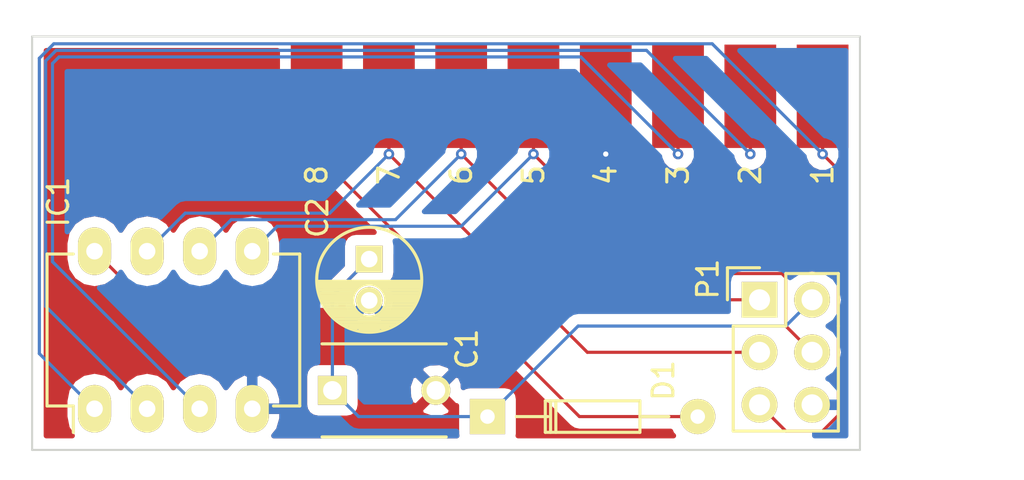
<source format=kicad_pcb>
(kicad_pcb (version 4) (host pcbnew 4.0.2-1.fc23-product)

  (general
    (links 19)
    (no_connects 0)
    (area 123.2186 48.0081 173.041448 71.5469)
    (thickness 1.6)
    (drawings 4)
    (tracks 66)
    (zones 0)
    (modules 13)
    (nets 10)
  )

  (page A4)
  (layers
    (0 F.Cu signal)
    (31 B.Cu signal)
    (32 B.Adhes user)
    (33 F.Adhes user)
    (34 B.Paste user)
    (35 F.Paste user)
    (36 B.SilkS user)
    (37 F.SilkS user)
    (38 B.Mask user)
    (39 F.Mask user)
    (40 Dwgs.User user)
    (41 Cmts.User user)
    (42 Eco1.User user)
    (43 Eco2.User user)
    (44 Edge.Cuts user)
    (45 Margin user)
    (46 B.CrtYd user)
    (47 F.CrtYd user)
    (48 B.Fab user)
    (49 F.Fab user)
  )

  (setup
    (last_trace_width 0.1524)
    (trace_clearance 0.1524)
    (zone_clearance 0.508)
    (zone_45_only no)
    (trace_min 0.1524)
    (segment_width 0.2)
    (edge_width 0.1)
    (via_size 0.508)
    (via_drill 0.254)
    (via_min_size 0.4)
    (via_min_drill 0.254)
    (uvia_size 0.3)
    (uvia_drill 0.1)
    (uvias_allowed no)
    (uvia_min_size 0)
    (uvia_min_drill 0)
    (pcb_text_width 0.3)
    (pcb_text_size 1.5 1.5)
    (mod_edge_width 0.15)
    (mod_text_size 1 1)
    (mod_text_width 0.15)
    (pad_size 2.5 5)
    (pad_drill 0)
    (pad_to_mask_clearance 0)
    (aux_axis_origin 0 0)
    (visible_elements FFFEFF7F)
    (pcbplotparams
      (layerselection 0x00030_80000001)
      (usegerberextensions false)
      (excludeedgelayer true)
      (linewidth 0.100000)
      (plotframeref false)
      (viasonmask false)
      (mode 1)
      (useauxorigin false)
      (hpglpennumber 1)
      (hpglpenspeed 20)
      (hpglpendiameter 15)
      (hpglpenoverlay 2)
      (psnegative false)
      (psa4output false)
      (plotreference true)
      (plotvalue true)
      (plotinvisibletext false)
      (padsonsilk false)
      (subtractmaskfromsilk false)
      (outputformat 1)
      (mirror false)
      (drillshape 1)
      (scaleselection 1)
      (outputdirectory ""))
  )

  (net 0 "")
  (net 1 "Net-(C1-Pad1)")
  (net 2 GND)
  (net 3 VCC)
  (net 4 /1)
  (net 5 /2)
  (net 6 /3)
  (net 7 /5)
  (net 8 /6)
  (net 9 /7)

  (net_class Default "This is the default net class."
    (clearance 0.1524)
    (trace_width 0.1524)
    (via_dia 0.508)
    (via_drill 0.254)
    (uvia_dia 0.3)
    (uvia_drill 0.1)
    (add_net /1)
    (add_net /2)
    (add_net /3)
    (add_net /5)
    (add_net /6)
    (add_net /7)
    (add_net GND)
    (add_net "Net-(C1-Pad1)")
    (add_net VCC)
  )

  (module psnee:wire_pad_2.5_5mm_single (layer F.Cu) (tedit 5A973E8D) (tstamp 5A98A166)
    (at 156.21 52.8955)
    (fp_text reference 3 (at 0 3.81 90) (layer F.SilkS)
      (effects (font (size 1 1) (thickness 0.15)))
    )
    (fp_text value wire_pad_2.5_5mm_single (at 0 -3.81) (layer F.Fab)
      (effects (font (size 1 1) (thickness 0.15)))
    )
    (pad 1 smd rect (at 0 0) (size 2.5 5) (layers F.Cu F.Paste F.Mask)
      (net 6 /3))
  )

  (module psnee:wire_pad_2.5_5mm_single (layer F.Cu) (tedit 5A9739EB) (tstamp 5A98A143)
    (at 159.7025 52.8955)
    (fp_text reference 2 (at 0 3.81 90) (layer F.SilkS)
      (effects (font (size 1 1) (thickness 0.15)))
    )
    (fp_text value wire_pad_2.5_5mm_single (at 0 -3.81) (layer F.Fab)
      (effects (font (size 1 1) (thickness 0.15)))
    )
    (pad 1 smd rect (at 0 0) (size 2.5 5) (layers F.Cu F.Paste F.Mask)
      (net 5 /2))
  )

  (module Capacitors_ThroughHole:C_Disc_D6_P5 (layer F.Cu) (tedit 5A96EC53) (tstamp 5A96EAE5)
    (at 139.5095 67.1195)
    (descr "Capacitor 6mm Disc, Pitch 5mm")
    (tags Capacitor)
    (path /5A5142A1)
    (fp_text reference C1 (at 6.5 -2 90) (layer F.SilkS)
      (effects (font (size 1 1) (thickness 0.15)))
    )
    (fp_text value 100nF (at 2.5 3.5) (layer F.Fab)
      (effects (font (size 1 1) (thickness 0.15)))
    )
    (fp_line (start -0.95 -2.5) (end 5.95 -2.5) (layer F.CrtYd) (width 0.05))
    (fp_line (start 5.95 -2.5) (end 5.95 2.5) (layer F.CrtYd) (width 0.05))
    (fp_line (start 5.95 2.5) (end -0.95 2.5) (layer F.CrtYd) (width 0.05))
    (fp_line (start -0.95 2.5) (end -0.95 -2.5) (layer F.CrtYd) (width 0.05))
    (fp_line (start -0.5 -2.25) (end 5.5 -2.25) (layer F.SilkS) (width 0.15))
    (fp_line (start 5.5 2.25) (end -0.5 2.25) (layer F.SilkS) (width 0.15))
    (pad 1 thru_hole rect (at 0 0) (size 1.4 1.4) (drill 0.9) (layers *.Cu *.Mask F.SilkS)
      (net 1 "Net-(C1-Pad1)"))
    (pad 2 thru_hole circle (at 5 0) (size 1.4 1.4) (drill 0.9) (layers *.Cu *.Mask F.SilkS)
      (net 2 GND))
    (model Capacitors_ThroughHole.3dshapes/C_Disc_D6_P5.wrl
      (at (xyz 0.0984252 0 0))
      (scale (xyz 1 1 1))
      (rotate (xyz 0 0 0))
    )
  )

  (module Capacitors_ThroughHole:C_Radial_D5_L11_P2 (layer F.Cu) (tedit 5A96EC7F) (tstamp 5A96EB0C)
    (at 141.2875 60.7695 270)
    (descr "Radial Electrolytic Capacitor 5mm x Length 11mm, Pitch 2mm")
    (tags "Electrolytic Capacitor")
    (path /5A5143A7)
    (fp_text reference C2 (at -2 2.5 270) (layer F.SilkS)
      (effects (font (size 1 1) (thickness 0.15)))
    )
    (fp_text value 100uF (at 1 3.8 270) (layer F.Fab)
      (effects (font (size 1 1) (thickness 0.15)))
    )
    (fp_line (start 1.075 -2.499) (end 1.075 2.499) (layer F.SilkS) (width 0.15))
    (fp_line (start 1.215 -2.491) (end 1.215 -0.154) (layer F.SilkS) (width 0.15))
    (fp_line (start 1.215 0.154) (end 1.215 2.491) (layer F.SilkS) (width 0.15))
    (fp_line (start 1.355 -2.475) (end 1.355 -0.473) (layer F.SilkS) (width 0.15))
    (fp_line (start 1.355 0.473) (end 1.355 2.475) (layer F.SilkS) (width 0.15))
    (fp_line (start 1.495 -2.451) (end 1.495 -0.62) (layer F.SilkS) (width 0.15))
    (fp_line (start 1.495 0.62) (end 1.495 2.451) (layer F.SilkS) (width 0.15))
    (fp_line (start 1.635 -2.418) (end 1.635 -0.712) (layer F.SilkS) (width 0.15))
    (fp_line (start 1.635 0.712) (end 1.635 2.418) (layer F.SilkS) (width 0.15))
    (fp_line (start 1.775 -2.377) (end 1.775 -0.768) (layer F.SilkS) (width 0.15))
    (fp_line (start 1.775 0.768) (end 1.775 2.377) (layer F.SilkS) (width 0.15))
    (fp_line (start 1.915 -2.327) (end 1.915 -0.795) (layer F.SilkS) (width 0.15))
    (fp_line (start 1.915 0.795) (end 1.915 2.327) (layer F.SilkS) (width 0.15))
    (fp_line (start 2.055 -2.266) (end 2.055 -0.798) (layer F.SilkS) (width 0.15))
    (fp_line (start 2.055 0.798) (end 2.055 2.266) (layer F.SilkS) (width 0.15))
    (fp_line (start 2.195 -2.196) (end 2.195 -0.776) (layer F.SilkS) (width 0.15))
    (fp_line (start 2.195 0.776) (end 2.195 2.196) (layer F.SilkS) (width 0.15))
    (fp_line (start 2.335 -2.114) (end 2.335 -0.726) (layer F.SilkS) (width 0.15))
    (fp_line (start 2.335 0.726) (end 2.335 2.114) (layer F.SilkS) (width 0.15))
    (fp_line (start 2.475 -2.019) (end 2.475 -0.644) (layer F.SilkS) (width 0.15))
    (fp_line (start 2.475 0.644) (end 2.475 2.019) (layer F.SilkS) (width 0.15))
    (fp_line (start 2.615 -1.908) (end 2.615 -0.512) (layer F.SilkS) (width 0.15))
    (fp_line (start 2.615 0.512) (end 2.615 1.908) (layer F.SilkS) (width 0.15))
    (fp_line (start 2.755 -1.78) (end 2.755 -0.265) (layer F.SilkS) (width 0.15))
    (fp_line (start 2.755 0.265) (end 2.755 1.78) (layer F.SilkS) (width 0.15))
    (fp_line (start 2.895 -1.631) (end 2.895 1.631) (layer F.SilkS) (width 0.15))
    (fp_line (start 3.035 -1.452) (end 3.035 1.452) (layer F.SilkS) (width 0.15))
    (fp_line (start 3.175 -1.233) (end 3.175 1.233) (layer F.SilkS) (width 0.15))
    (fp_line (start 3.315 -0.944) (end 3.315 0.944) (layer F.SilkS) (width 0.15))
    (fp_line (start 3.455 -0.472) (end 3.455 0.472) (layer F.SilkS) (width 0.15))
    (fp_circle (center 2 0) (end 2 -0.8) (layer F.SilkS) (width 0.15))
    (fp_circle (center 1 0) (end 1 -2.5375) (layer F.SilkS) (width 0.15))
    (fp_circle (center 1 0) (end 1 -2.8) (layer F.CrtYd) (width 0.05))
    (pad 1 thru_hole rect (at 0 0 270) (size 1.3 1.3) (drill 0.8) (layers *.Cu *.Mask F.SilkS)
      (net 1 "Net-(C1-Pad1)"))
    (pad 2 thru_hole circle (at 2 0 270) (size 1.3 1.3) (drill 0.8) (layers *.Cu *.Mask F.SilkS)
      (net 2 GND))
    (model Capacitors_ThroughHole.3dshapes/C_Radial_D5_L11_P2.wrl
      (at (xyz 0 0 0))
      (scale (xyz 1 1 1))
      (rotate (xyz 0 0 0))
    )
  )

  (module Diodes_ThroughHole:Diode_DO-35_SOD27_Horizontal_RM10 (layer F.Cu) (tedit 5A96EC4A) (tstamp 5A96EB1B)
    (at 147.0025 68.3895)
    (descr "Diode, DO-35,  SOD27, Horizontal, RM 10mm")
    (tags "Diode, DO-35, SOD27, Horizontal, RM 10mm, 1N4148,")
    (path /59F51343)
    (fp_text reference D1 (at 8.5 -1.75 90) (layer F.SilkS)
      (effects (font (size 1 1) (thickness 0.15)))
    )
    (fp_text value D (at 4.41452 -3.55854) (layer F.Fab)
      (effects (font (size 1 1) (thickness 0.15)))
    )
    (fp_line (start 7.36652 -0.00254) (end 8.76352 -0.00254) (layer F.SilkS) (width 0.15))
    (fp_line (start 2.92152 -0.00254) (end 1.39752 -0.00254) (layer F.SilkS) (width 0.15))
    (fp_line (start 3.30252 -0.76454) (end 3.30252 0.75946) (layer F.SilkS) (width 0.15))
    (fp_line (start 3.04852 -0.76454) (end 3.04852 0.75946) (layer F.SilkS) (width 0.15))
    (fp_line (start 2.79452 -0.00254) (end 2.79452 0.75946) (layer F.SilkS) (width 0.15))
    (fp_line (start 2.79452 0.75946) (end 7.36652 0.75946) (layer F.SilkS) (width 0.15))
    (fp_line (start 7.36652 0.75946) (end 7.36652 -0.76454) (layer F.SilkS) (width 0.15))
    (fp_line (start 7.36652 -0.76454) (end 2.79452 -0.76454) (layer F.SilkS) (width 0.15))
    (fp_line (start 2.79452 -0.76454) (end 2.79452 -0.00254) (layer F.SilkS) (width 0.15))
    (pad 2 thru_hole circle (at 10.16052 -0.00254 180) (size 1.69926 1.69926) (drill 0.70104) (layers *.Cu *.Mask F.SilkS)
      (net 3 VCC))
    (pad 1 thru_hole rect (at 0.00052 -0.00254 180) (size 1.69926 1.69926) (drill 0.70104) (layers *.Cu *.Mask F.SilkS)
      (net 1 "Net-(C1-Pad1)"))
    (model Diodes_ThroughHole.3dshapes/Diode_DO-35_SOD27_Horizontal_RM10.wrl
      (at (xyz 0.2 0 0))
      (scale (xyz 0.4 0.4 0.4))
      (rotate (xyz 0 0 180))
    )
  )

  (module Housings_DIP:DIP-8_W7.62mm_LongPads (layer F.Cu) (tedit 5A96EC26) (tstamp 5A96EB32)
    (at 128.016 68.0085 90)
    (descr "8-lead dip package, row spacing 7.62 mm (300 mils), longer pads")
    (tags "dil dip 2.54 300")
    (path /59F4F569)
    (fp_text reference IC1 (at 10 -1.75 270) (layer F.SilkS)
      (effects (font (size 1 1) (thickness 0.15)))
    )
    (fp_text value attiny45 (at 0 -3.72 90) (layer F.Fab)
      (effects (font (size 1 1) (thickness 0.15)))
    )
    (fp_line (start -1.4 -2.45) (end -1.4 10.1) (layer F.CrtYd) (width 0.05))
    (fp_line (start 9 -2.45) (end 9 10.1) (layer F.CrtYd) (width 0.05))
    (fp_line (start -1.4 -2.45) (end 9 -2.45) (layer F.CrtYd) (width 0.05))
    (fp_line (start -1.4 10.1) (end 9 10.1) (layer F.CrtYd) (width 0.05))
    (fp_line (start 0.135 -2.295) (end 0.135 -1.025) (layer F.SilkS) (width 0.15))
    (fp_line (start 7.485 -2.295) (end 7.485 -1.025) (layer F.SilkS) (width 0.15))
    (fp_line (start 7.485 9.915) (end 7.485 8.645) (layer F.SilkS) (width 0.15))
    (fp_line (start 0.135 9.915) (end 0.135 8.645) (layer F.SilkS) (width 0.15))
    (fp_line (start 0.135 -2.295) (end 7.485 -2.295) (layer F.SilkS) (width 0.15))
    (fp_line (start 0.135 9.915) (end 7.485 9.915) (layer F.SilkS) (width 0.15))
    (fp_line (start 0.135 -1.025) (end -1.15 -1.025) (layer F.SilkS) (width 0.15))
    (pad 1 thru_hole oval (at 0 0 90) (size 2.3 1.6) (drill 0.8) (layers *.Cu *.Mask F.SilkS)
      (net 4 /1))
    (pad 2 thru_hole oval (at 0 2.54 90) (size 2.3 1.6) (drill 0.8) (layers *.Cu *.Mask F.SilkS)
      (net 5 /2))
    (pad 3 thru_hole oval (at 0 5.08 90) (size 2.3 1.6) (drill 0.8) (layers *.Cu *.Mask F.SilkS)
      (net 6 /3))
    (pad 4 thru_hole oval (at 0 7.62 90) (size 2.3 1.6) (drill 0.8) (layers *.Cu *.Mask F.SilkS)
      (net 2 GND))
    (pad 5 thru_hole oval (at 7.62 7.62 90) (size 2.3 1.6) (drill 0.8) (layers *.Cu *.Mask F.SilkS)
      (net 7 /5))
    (pad 6 thru_hole oval (at 7.62 5.08 90) (size 2.3 1.6) (drill 0.8) (layers *.Cu *.Mask F.SilkS)
      (net 8 /6))
    (pad 7 thru_hole oval (at 7.62 2.54 90) (size 2.3 1.6) (drill 0.8) (layers *.Cu *.Mask F.SilkS)
      (net 9 /7))
    (pad 8 thru_hole oval (at 7.62 0 90) (size 2.3 1.6) (drill 0.8) (layers *.Cu *.Mask F.SilkS)
      (net 1 "Net-(C1-Pad1)"))
    (model Housings_DIP.3dshapes/DIP-8_W7.62mm_LongPads.wrl
      (at (xyz 0 0 0))
      (scale (xyz 1 1 1))
      (rotate (xyz 0 0 0))
    )
  )

  (module Pin_Headers:Pin_Header_Straight_2x03 (layer F.Cu) (tedit 5A96EC67) (tstamp 5A96EB49)
    (at 160.147 62.738)
    (descr "Through hole pin header")
    (tags "pin header")
    (path /59F50479)
    (fp_text reference P1 (at -2.5 -1 90) (layer F.SilkS)
      (effects (font (size 1 1) (thickness 0.15)))
    )
    (fp_text value header (at 0 -3.1) (layer F.Fab)
      (effects (font (size 1 1) (thickness 0.15)))
    )
    (fp_line (start -1.27 1.27) (end -1.27 6.35) (layer F.SilkS) (width 0.15))
    (fp_line (start -1.55 -1.55) (end 0 -1.55) (layer F.SilkS) (width 0.15))
    (fp_line (start -1.75 -1.75) (end -1.75 6.85) (layer F.CrtYd) (width 0.05))
    (fp_line (start 4.3 -1.75) (end 4.3 6.85) (layer F.CrtYd) (width 0.05))
    (fp_line (start -1.75 -1.75) (end 4.3 -1.75) (layer F.CrtYd) (width 0.05))
    (fp_line (start -1.75 6.85) (end 4.3 6.85) (layer F.CrtYd) (width 0.05))
    (fp_line (start 1.27 -1.27) (end 1.27 1.27) (layer F.SilkS) (width 0.15))
    (fp_line (start 1.27 1.27) (end -1.27 1.27) (layer F.SilkS) (width 0.15))
    (fp_line (start -1.27 6.35) (end 3.81 6.35) (layer F.SilkS) (width 0.15))
    (fp_line (start 3.81 6.35) (end 3.81 1.27) (layer F.SilkS) (width 0.15))
    (fp_line (start -1.55 -1.55) (end -1.55 0) (layer F.SilkS) (width 0.15))
    (fp_line (start 3.81 -1.27) (end 1.27 -1.27) (layer F.SilkS) (width 0.15))
    (fp_line (start 3.81 1.27) (end 3.81 -1.27) (layer F.SilkS) (width 0.15))
    (pad 1 thru_hole rect (at 0 0) (size 1.7272 1.7272) (drill 1.016) (layers *.Cu *.Mask F.SilkS)
      (net 8 /6))
    (pad 2 thru_hole oval (at 2.54 0) (size 1.7272 1.7272) (drill 1.016) (layers *.Cu *.Mask F.SilkS)
      (net 1 "Net-(C1-Pad1)"))
    (pad 3 thru_hole oval (at 0 2.54) (size 1.7272 1.7272) (drill 1.016) (layers *.Cu *.Mask F.SilkS)
      (net 9 /7))
    (pad 4 thru_hole oval (at 2.54 2.54) (size 1.7272 1.7272) (drill 1.016) (layers *.Cu *.Mask F.SilkS)
      (net 7 /5))
    (pad 5 thru_hole oval (at 0 5.08) (size 1.7272 1.7272) (drill 1.016) (layers *.Cu *.Mask F.SilkS)
      (net 4 /1))
    (pad 6 thru_hole oval (at 2.54 5.08) (size 1.7272 1.7272) (drill 1.016) (layers *.Cu *.Mask F.SilkS)
      (net 2 GND))
    (model Pin_Headers.3dshapes/Pin_Header_Straight_2x03.wrl
      (at (xyz 0.05 -0.1 0))
      (scale (xyz 1 1 1))
      (rotate (xyz 0 0 90))
    )
  )

  (module psnee:wire_pad_2.5_5mm_single (layer F.Cu) (tedit 5A9739D0) (tstamp 5A98A123)
    (at 163.195 52.8955)
    (fp_text reference 1 (at 0 3.81 90) (layer F.SilkS)
      (effects (font (size 1 1) (thickness 0.15)))
    )
    (fp_text value wire_pad_2.5_5mm_single (at 0 -3.81) (layer F.Fab)
      (effects (font (size 1 1) (thickness 0.15)))
    )
    (pad 1 smd rect (at 0 0) (size 2.5 5) (layers F.Cu F.Paste F.Mask)
      (net 4 /1))
  )

  (module psnee:wire_pad_2.5_5mm_single (layer F.Cu) (tedit 5A973ED2) (tstamp 5A98A179)
    (at 152.7175 52.8955)
    (fp_text reference 4 (at 0 3.81 90) (layer F.SilkS)
      (effects (font (size 1 1) (thickness 0.15)))
    )
    (fp_text value wire_pad_2.5_5mm_single (at 0 -3.81) (layer F.Fab)
      (effects (font (size 1 1) (thickness 0.15)))
    )
    (pad 1 smd rect (at 0 0) (size 2.5 5) (layers F.Cu F.Paste F.Mask)
      (net 2 GND))
  )

  (module psnee:wire_pad_2.5_5mm_single (layer F.Cu) (tedit 5A974080) (tstamp 5A98A197)
    (at 149.225 52.8955)
    (fp_text reference 5 (at 0 3.81 90) (layer F.SilkS)
      (effects (font (size 1 1) (thickness 0.15)))
    )
    (fp_text value wire_pad_2.5_5mm_single (at 0 -3.81) (layer F.Fab)
      (effects (font (size 1 1) (thickness 0.15)))
    )
    (pad 1 smd rect (at 0 0) (size 2.5 5) (layers F.Cu F.Paste F.Mask)
      (net 7 /5))
  )

  (module psnee:wire_pad_2.5_5mm_single (layer F.Cu) (tedit 5A9740A8) (tstamp 5A98A1AF)
    (at 145.7325 52.8955)
    (fp_text reference 6 (at 0 3.81 90) (layer F.SilkS)
      (effects (font (size 1 1) (thickness 0.15)))
    )
    (fp_text value wire_pad_2.5_5mm_single (at 0 -3.81) (layer F.Fab)
      (effects (font (size 1 1) (thickness 0.15)))
    )
    (pad 1 smd rect (at 0 0) (size 2.5 5) (layers F.Cu F.Paste F.Mask)
      (net 8 /6))
  )

  (module psnee:wire_pad_2.5_5mm_single (layer F.Cu) (tedit 5A9740D2) (tstamp 5A98A1C8)
    (at 142.24 52.8955)
    (fp_text reference 7 (at 0 3.81 90) (layer F.SilkS)
      (effects (font (size 1 1) (thickness 0.15)))
    )
    (fp_text value wire_pad_2.5_5mm_single (at 0 -3.81) (layer F.Fab)
      (effects (font (size 1 1) (thickness 0.15)))
    )
    (pad 1 smd rect (at 0 0) (size 2.5 5) (layers F.Cu F.Paste F.Mask)
      (net 9 /7))
  )

  (module psnee:wire_pad_2.5_5mm_single (layer F.Cu) (tedit 5A97410A) (tstamp 5A98A1E1)
    (at 138.7475 52.8955)
    (fp_text reference 8 (at 0 3.81 90) (layer F.SilkS)
      (effects (font (size 1 1) (thickness 0.15)))
    )
    (fp_text value wire_pad_2.5_5mm_single (at 0 -3.81) (layer F.Fab)
      (effects (font (size 1 1) (thickness 0.15)))
    )
    (pad 1 smd rect (at 0 0) (size 2.5 5) (layers F.Cu F.Paste F.Mask)
      (net 3 VCC))
  )

  (gr_line (start 165 50) (end 125 50) (angle 90) (layer Edge.Cuts) (width 0.1))
  (gr_line (start 165 70) (end 165 50) (angle 90) (layer Edge.Cuts) (width 0.1))
  (gr_line (start 125 70) (end 165 70) (angle 90) (layer Edge.Cuts) (width 0.1))
  (gr_line (start 125 50) (end 125 70) (angle 90) (layer Edge.Cuts) (width 0.1))

  (segment (start 141.2875 60.7695) (end 139.5095 62.5475) (width 0.1524) (layer F.Cu) (net 1))
  (segment (start 130.175 62.5475) (end 128.016 60.3885) (width 0.1524) (layer F.Cu) (net 1) (tstamp 5A98A2F1))
  (segment (start 139.5095 62.5475) (end 130.175 62.5475) (width 0.1524) (layer F.Cu) (net 1) (tstamp 5A98A2F0))
  (segment (start 139.5095 67.1195) (end 139.5095 62.5475) (width 0.1524) (layer B.Cu) (net 1))
  (segment (start 139.5095 62.5475) (end 141.2875 60.7695) (width 0.1524) (layer B.Cu) (net 1) (tstamp 5A98A2EC))
  (segment (start 147.00302 68.38696) (end 140.77696 68.38696) (width 0.1524) (layer B.Cu) (net 1))
  (segment (start 140.77696 68.38696) (end 139.5095 67.1195) (width 0.1524) (layer B.Cu) (net 1) (tstamp 5A98A2E8))
  (segment (start 162.687 62.738) (end 161.417 64.008) (width 0.1524) (layer B.Cu) (net 1))
  (segment (start 151.38198 64.008) (end 147.00302 68.38696) (width 0.1524) (layer B.Cu) (net 1) (tstamp 5A98A2E4))
  (segment (start 161.417 64.008) (end 151.38198 64.008) (width 0.1524) (layer B.Cu) (net 1) (tstamp 5A98A2E2))
  (segment (start 152.7175 52.8955) (end 152.7175 55.6895) (width 0.1524) (layer F.Cu) (net 2))
  (via (at 152.7175 55.6895) (size 0.508) (drill 0.254) (layers F.Cu B.Cu) (net 2))
  (segment (start 157.16302 68.38696) (end 151.44496 68.38696) (width 0.1524) (layer F.Cu) (net 3))
  (segment (start 138.7475 55.6895) (end 138.7475 52.8955) (width 0.1524) (layer F.Cu) (net 3) (tstamp 5A98A2F7))
  (segment (start 151.44496 68.38696) (end 138.7475 55.6895) (width 0.1524) (layer F.Cu) (net 3) (tstamp 5A98A2F5))
  (segment (start 160.147 67.818) (end 161.417 69.088) (width 0.1524) (layer F.Cu) (net 4))
  (segment (start 163.957 56.4515) (end 163.195 55.6895) (width 0.1524) (layer F.Cu) (net 4) (tstamp 5A98A2DE))
  (segment (start 163.957 68.326) (end 163.957 56.4515) (width 0.1524) (layer F.Cu) (net 4) (tstamp 5A98A2DC))
  (segment (start 163.195 69.088) (end 163.957 68.326) (width 0.1524) (layer F.Cu) (net 4) (tstamp 5A98A2D8))
  (segment (start 161.417 69.088) (end 163.195 69.088) (width 0.1524) (layer F.Cu) (net 4) (tstamp 5A98A2D7))
  (segment (start 128.016 68.0085) (end 125.349 65.3415) (width 0.1524) (layer B.Cu) (net 4))
  (segment (start 163.195 55.6895) (end 163.195 52.8955) (width 0.1524) (layer F.Cu) (net 4) (tstamp 5A98A29B))
  (via (at 163.195 55.6895) (size 0.508) (drill 0.254) (layers F.Cu B.Cu) (net 4))
  (segment (start 157.861 50.3555) (end 163.195 55.6895) (width 0.1524) (layer B.Cu) (net 4) (tstamp 5A98A298))
  (segment (start 126.0475 50.3555) (end 157.861 50.3555) (width 0.1524) (layer B.Cu) (net 4) (tstamp 5A98A297))
  (segment (start 125.349 51.054) (end 126.0475 50.3555) (width 0.1524) (layer B.Cu) (net 4) (tstamp 5A98A295))
  (segment (start 125.349 65.3415) (end 125.349 51.054) (width 0.1524) (layer B.Cu) (net 4) (tstamp 5A98A292))
  (segment (start 130.556 68.0085) (end 130.556 67.957698) (width 0.1524) (layer B.Cu) (net 5))
  (segment (start 130.556 67.957698) (end 125.653802 63.0555) (width 0.1524) (layer B.Cu) (net 5) (tstamp 5A98A2A9))
  (segment (start 125.653802 63.0555) (end 125.653802 51.180254) (width 0.1524) (layer B.Cu) (net 5) (tstamp 5A98A2AA))
  (segment (start 125.653802 51.180254) (end 126.161056 50.673) (width 0.1524) (layer B.Cu) (net 5) (tstamp 5A98A2AB))
  (segment (start 126.161056 50.673) (end 154.686 50.673) (width 0.1524) (layer B.Cu) (net 5) (tstamp 5A98A2AC))
  (segment (start 154.686 50.673) (end 159.7025 55.6895) (width 0.1524) (layer B.Cu) (net 5) (tstamp 5A98A2AD))
  (via (at 159.7025 55.6895) (size 0.508) (drill 0.254) (layers F.Cu B.Cu) (net 5))
  (segment (start 159.7025 55.6895) (end 159.7025 52.8955) (width 0.1524) (layer F.Cu) (net 5) (tstamp 5A98A2B0))
  (segment (start 133.096 68.0085) (end 125.984 60.8965) (width 0.1524) (layer B.Cu) (net 6))
  (segment (start 156.21 55.6895) (end 156.21 52.8955) (width 0.1524) (layer F.Cu) (net 6) (tstamp 5A98A2BB))
  (via (at 156.21 55.6895) (size 0.508) (drill 0.254) (layers F.Cu B.Cu) (net 6))
  (segment (start 151.511 50.9905) (end 156.21 55.6895) (width 0.1524) (layer B.Cu) (net 6) (tstamp 5A98A2B8))
  (segment (start 126.3015 50.9905) (end 151.511 50.9905) (width 0.1524) (layer B.Cu) (net 6) (tstamp 5A98A2B7))
  (segment (start 125.984 51.308) (end 126.3015 50.9905) (width 0.1524) (layer B.Cu) (net 6) (tstamp 5A98A2B6))
  (segment (start 125.984 60.8965) (end 125.984 51.308) (width 0.1524) (layer B.Cu) (net 6) (tstamp 5A98A2B3))
  (segment (start 162.687 65.278) (end 161.417 64.008) (width 0.1524) (layer F.Cu) (net 7))
  (segment (start 155.0035 61.468) (end 149.225 55.6895) (width 0.1524) (layer F.Cu) (net 7) (tstamp 5A98A307))
  (segment (start 161.2265 61.468) (end 155.0035 61.468) (width 0.1524) (layer F.Cu) (net 7) (tstamp 5A98A306))
  (segment (start 161.417 61.6585) (end 161.2265 61.468) (width 0.1524) (layer F.Cu) (net 7) (tstamp 5A98A305))
  (segment (start 161.417 64.008) (end 161.417 61.6585) (width 0.1524) (layer F.Cu) (net 7) (tstamp 5A98A303))
  (segment (start 135.636 60.3885) (end 136.8425 59.182) (width 0.1524) (layer B.Cu) (net 7))
  (segment (start 149.225 55.6895) (end 149.225 52.8955) (width 0.1524) (layer F.Cu) (net 7) (tstamp 5A98A2CB))
  (via (at 149.225 55.6895) (size 0.508) (drill 0.254) (layers F.Cu B.Cu) (net 7))
  (segment (start 145.7325 59.182) (end 149.225 55.6895) (width 0.1524) (layer B.Cu) (net 7) (tstamp 5A98A2C8))
  (segment (start 136.8425 59.182) (end 145.7325 59.182) (width 0.1524) (layer B.Cu) (net 7) (tstamp 5A98A2C7))
  (segment (start 160.147 62.738) (end 152.781 62.738) (width 0.1524) (layer F.Cu) (net 8))
  (segment (start 152.781 62.738) (end 145.7325 55.6895) (width 0.1524) (layer F.Cu) (net 8) (tstamp 5A98A2FF))
  (segment (start 133.096 60.3885) (end 134.62 58.8645) (width 0.1524) (layer B.Cu) (net 8))
  (segment (start 145.7325 55.6895) (end 145.7325 52.8955) (width 0.1524) (layer F.Cu) (net 8) (tstamp 5A98A2C3))
  (via (at 145.7325 55.6895) (size 0.508) (drill 0.254) (layers F.Cu B.Cu) (net 8))
  (segment (start 142.5575 58.8645) (end 145.7325 55.6895) (width 0.1524) (layer B.Cu) (net 8) (tstamp 5A98A2C0))
  (segment (start 134.62 58.8645) (end 142.5575 58.8645) (width 0.1524) (layer B.Cu) (net 8) (tstamp 5A98A2BF))
  (segment (start 160.147 65.278) (end 151.8285 65.278) (width 0.1524) (layer F.Cu) (net 9))
  (segment (start 151.8285 65.278) (end 142.24 55.6895) (width 0.1524) (layer F.Cu) (net 9) (tstamp 5A98A2FB))
  (segment (start 130.556 60.3885) (end 132.3975 58.547) (width 0.1524) (layer B.Cu) (net 9))
  (segment (start 142.24 55.6895) (end 142.24 52.8955) (width 0.1524) (layer F.Cu) (net 9) (tstamp 5A98A2D3))
  (via (at 142.24 55.6895) (size 0.508) (drill 0.254) (layers F.Cu B.Cu) (net 9))
  (segment (start 139.3825 58.547) (end 142.24 55.6895) (width 0.1524) (layer B.Cu) (net 9) (tstamp 5A98A2D0))
  (segment (start 132.3975 58.547) (end 139.3825 58.547) (width 0.1524) (layer B.Cu) (net 9) (tstamp 5A98A2CE))

  (zone (net 2) (net_name GND) (layer B.Cu) (tstamp 5A989DCB) (hatch edge 0.508)
    (connect_pads (clearance 0.508))
    (min_thickness 0.254)
    (fill yes (arc_segments 16) (thermal_gap 0.508) (thermal_bridge_width 0.508))
    (polygon
      (pts
        (xy 165 70) (xy 125 70) (xy 125 50) (xy 165 50) (xy 165 70)
      )
    )
    (filled_polygon
      (pts
        (xy 164.315 69.315) (xy 162.814002 69.315) (xy 162.814002 69.15247) (xy 163.046027 69.272968) (xy 163.57549 69.024821)
        (xy 163.969688 68.592947) (xy 164.141958 68.177026) (xy 164.020817 67.945) (xy 162.814 67.945) (xy 162.814 67.965)
        (xy 162.56 67.965) (xy 162.56 67.945) (xy 162.54 67.945) (xy 162.54 67.691) (xy 162.56 67.691)
        (xy 162.56 67.671) (xy 162.814 67.671) (xy 162.814 67.691) (xy 164.020817 67.691) (xy 164.141958 67.458974)
        (xy 163.969688 67.043053) (xy 163.57549 66.611179) (xy 163.452772 66.553664) (xy 163.776029 66.33767) (xy 164.100885 65.851489)
        (xy 164.214959 65.278) (xy 164.100885 64.704511) (xy 163.776029 64.21833) (xy 163.461248 64.008) (xy 163.776029 63.79767)
        (xy 164.100885 63.311489) (xy 164.214959 62.738) (xy 164.100885 62.164511) (xy 163.776029 61.67833) (xy 163.289848 61.353474)
        (xy 162.716359 61.2394) (xy 162.657641 61.2394) (xy 162.084152 61.353474) (xy 161.618558 61.664574) (xy 161.613762 61.639083)
        (xy 161.47469 61.422959) (xy 161.26249 61.277969) (xy 161.0106 61.22696) (xy 159.2834 61.22696) (xy 159.048083 61.271238)
        (xy 158.831959 61.41031) (xy 158.686969 61.62251) (xy 158.63596 61.8744) (xy 158.63596 63.2968) (xy 151.38198 63.2968)
        (xy 151.109816 63.350937) (xy 150.879086 63.505105) (xy 147.494302 66.88989) (xy 146.15339 66.88989) (xy 145.918073 66.934168)
        (xy 145.839165 66.984944) (xy 145.828164 66.78206) (xy 145.680542 66.425669) (xy 145.444775 66.363831) (xy 144.689105 67.1195)
        (xy 144.703248 67.133642) (xy 144.523643 67.313248) (xy 144.5095 67.299105) (xy 144.495358 67.313248) (xy 144.315752 67.133642)
        (xy 144.329895 67.1195) (xy 143.574225 66.363831) (xy 143.338458 66.425669) (xy 143.162081 66.926622) (xy 143.190836 67.45694)
        (xy 143.281474 67.67576) (xy 141.071548 67.67576) (xy 140.85694 67.461152) (xy 140.85694 66.4195) (xy 140.81267 66.184225)
        (xy 143.753831 66.184225) (xy 144.5095 66.939895) (xy 145.265169 66.184225) (xy 145.203331 65.948458) (xy 144.702378 65.772081)
        (xy 144.17206 65.800836) (xy 143.815669 65.948458) (xy 143.753831 66.184225) (xy 140.81267 66.184225) (xy 140.812662 66.184183)
        (xy 140.67359 65.968059) (xy 140.46139 65.823069) (xy 140.2207 65.774328) (xy 140.2207 63.668516) (xy 140.56809 63.668516)
        (xy 140.623771 63.899111) (xy 141.106578 64.067122) (xy 141.616928 64.037583) (xy 141.951229 63.899111) (xy 142.00691 63.668516)
        (xy 141.2875 62.949105) (xy 140.56809 63.668516) (xy 140.2207 63.668516) (xy 140.2207 63.448396) (xy 140.388484 63.48891)
        (xy 141.107895 62.7695) (xy 141.093752 62.755358) (xy 141.273358 62.575752) (xy 141.2875 62.589895) (xy 141.301642 62.575752)
        (xy 141.481248 62.755358) (xy 141.467105 62.7695) (xy 142.186516 63.48891) (xy 142.417111 63.433229) (xy 142.585122 62.950422)
        (xy 142.555583 62.440072) (xy 142.417111 62.105771) (xy 142.186518 62.05009) (xy 142.28818 61.948428) (xy 142.388941 61.88359)
        (xy 142.533931 61.67139) (xy 142.58494 61.4195) (xy 142.58494 60.1195) (xy 142.542359 59.8932) (xy 145.7325 59.8932)
        (xy 146.004665 59.839063) (xy 146.235394 59.684894) (xy 149.341686 56.578602) (xy 149.401057 56.578654) (xy 149.72792 56.443597)
        (xy 149.978218 56.193736) (xy 150.113846 55.867109) (xy 150.114154 55.513443) (xy 149.979097 55.18658) (xy 149.729236 54.936282)
        (xy 149.402609 54.800654) (xy 149.048943 54.800346) (xy 148.72208 54.935403) (xy 148.471782 55.185264) (xy 148.336154 55.511891)
        (xy 148.336101 55.572611) (xy 145.437912 58.4708) (xy 143.956988 58.4708) (xy 145.849186 56.578602) (xy 145.908557 56.578654)
        (xy 146.23542 56.443597) (xy 146.485718 56.193736) (xy 146.621346 55.867109) (xy 146.621654 55.513443) (xy 146.486597 55.18658)
        (xy 146.236736 54.936282) (xy 145.910109 54.800654) (xy 145.556443 54.800346) (xy 145.22958 54.935403) (xy 144.979282 55.185264)
        (xy 144.843654 55.511891) (xy 144.843601 55.572611) (xy 142.262912 58.1533) (xy 140.781988 58.1533) (xy 142.356687 56.578602)
        (xy 142.416057 56.578654) (xy 142.74292 56.443597) (xy 142.993218 56.193736) (xy 143.128846 55.867109) (xy 143.129154 55.513443)
        (xy 142.994097 55.18658) (xy 142.744236 54.936282) (xy 142.417609 54.800654) (xy 142.063943 54.800346) (xy 141.73708 54.935403)
        (xy 141.486782 55.185264) (xy 141.351154 55.511891) (xy 141.351101 55.57261) (xy 139.087912 57.8358) (xy 132.3975 57.8358)
        (xy 132.17049 57.880955) (xy 132.125335 57.889937) (xy 131.894605 58.044106) (xy 131.198545 58.740167) (xy 131.105151 58.677763)
        (xy 130.556 58.56853) (xy 130.006849 58.677763) (xy 129.541302 58.988832) (xy 129.286 59.370918) (xy 129.030698 58.988832)
        (xy 128.565151 58.677763) (xy 128.016 58.56853) (xy 127.466849 58.677763) (xy 127.001302 58.988832) (xy 126.6952 59.446945)
        (xy 126.6952 51.7017) (xy 151.216412 51.7017) (xy 155.320898 55.806187) (xy 155.320846 55.865557) (xy 155.455903 56.19242)
        (xy 155.705764 56.442718) (xy 156.032391 56.578346) (xy 156.386057 56.578654) (xy 156.71292 56.443597) (xy 156.963218 56.193736)
        (xy 157.098846 55.867109) (xy 157.099154 55.513443) (xy 156.964097 55.18658) (xy 156.714236 54.936282) (xy 156.387609 54.800654)
        (xy 156.32689 54.800601) (xy 152.910488 51.3842) (xy 154.391412 51.3842) (xy 158.813398 55.806187) (xy 158.813346 55.865557)
        (xy 158.948403 56.19242) (xy 159.198264 56.442718) (xy 159.524891 56.578346) (xy 159.878557 56.578654) (xy 160.20542 56.443597)
        (xy 160.455718 56.193736) (xy 160.591346 55.867109) (xy 160.591654 55.513443) (xy 160.456597 55.18658) (xy 160.206736 54.936282)
        (xy 159.880109 54.800654) (xy 159.81939 54.800601) (xy 156.085488 51.0667) (xy 157.566412 51.0667) (xy 162.305898 55.806186)
        (xy 162.305846 55.865557) (xy 162.440903 56.19242) (xy 162.690764 56.442718) (xy 163.017391 56.578346) (xy 163.371057 56.578654)
        (xy 163.69792 56.443597) (xy 163.948218 56.193736) (xy 164.083846 55.867109) (xy 164.084154 55.513443) (xy 163.949097 55.18658)
        (xy 163.699236 54.936282) (xy 163.372609 54.800654) (xy 163.311889 54.800601) (xy 159.196288 50.685) (xy 164.315 50.685)
      )
    )
    (filled_polygon
      (pts
        (xy 139.99006 60.1195) (xy 139.99006 61.061151) (xy 139.006606 62.044606) (xy 138.852437 62.275335) (xy 138.819669 62.440072)
        (xy 138.7983 62.5475) (xy 138.7983 65.774167) (xy 138.574183 65.816338) (xy 138.358059 65.95541) (xy 138.213069 66.16761)
        (xy 138.16206 66.4195) (xy 138.16206 67.8195) (xy 138.206338 68.054817) (xy 138.34541 68.270941) (xy 138.55761 68.415931)
        (xy 138.8095 68.46694) (xy 139.851152 68.46694) (xy 140.274066 68.889854) (xy 140.504795 69.044023) (xy 140.54995 69.053005)
        (xy 140.77696 69.09816) (xy 145.50595 69.09816) (xy 145.50595 69.23659) (xy 145.520704 69.315) (xy 136.679923 69.315)
        (xy 136.913166 69.024983) (xy 137.071 68.4855) (xy 137.071 68.1355) (xy 135.763 68.1355) (xy 135.763 68.1555)
        (xy 135.509 68.1555) (xy 135.509 68.1355) (xy 135.489 68.1355) (xy 135.489 67.8815) (xy 135.509 67.8815)
        (xy 135.509 66.388585) (xy 135.763 66.388585) (xy 135.763 67.8815) (xy 137.071 67.8815) (xy 137.071 67.5315)
        (xy 136.913166 66.992017) (xy 136.560896 66.554) (xy 136.067819 66.284133) (xy 135.985039 66.266596) (xy 135.763 66.388585)
        (xy 135.509 66.388585) (xy 135.286961 66.266596) (xy 135.204181 66.284133) (xy 134.711104 66.554) (xy 134.363149 66.986651)
        (xy 134.110698 66.608832) (xy 133.645151 66.297763) (xy 133.096 66.18853) (xy 132.546849 66.297763) (xy 132.453455 66.360167)
        (xy 128.254348 62.16106) (xy 128.565151 62.099237) (xy 129.030698 61.788168) (xy 129.286 61.406082) (xy 129.541302 61.788168)
        (xy 130.006849 62.099237) (xy 130.556 62.20847) (xy 131.105151 62.099237) (xy 131.570698 61.788168) (xy 131.826 61.406082)
        (xy 132.081302 61.788168) (xy 132.546849 62.099237) (xy 133.096 62.20847) (xy 133.645151 62.099237) (xy 134.110698 61.788168)
        (xy 134.366 61.406082) (xy 134.621302 61.788168) (xy 135.086849 62.099237) (xy 135.636 62.20847) (xy 136.185151 62.099237)
        (xy 136.650698 61.788168) (xy 136.961767 61.322621) (xy 137.071 60.77347) (xy 137.071 60.00353) (xy 137.06366 59.966629)
        (xy 137.137089 59.8932) (xy 140.035887 59.8932)
      )
    )
  )
  (zone (net 2) (net_name GND) (layer F.Cu) (tstamp 5A989DCE) (hatch edge 0.508)
    (connect_pads (clearance 0.508))
    (min_thickness 0.254)
    (fill yes (arc_segments 16) (thermal_gap 0.508) (thermal_bridge_width 0.508))
    (polygon
      (pts
        (xy 165 70) (xy 125 70) (xy 125 50) (xy 165 50) (xy 165 70)
      )
    )
    (filled_polygon
      (pts
        (xy 136.85006 55.3955) (xy 136.894338 55.630817) (xy 137.03341 55.846941) (xy 137.24561 55.991931) (xy 137.4975 56.04294)
        (xy 138.144744 56.04294) (xy 138.244606 56.192394) (xy 141.524272 59.47206) (xy 140.6375 59.47206) (xy 140.402183 59.516338)
        (xy 140.186059 59.65541) (xy 140.041069 59.86761) (xy 139.99006 60.1195) (xy 139.99006 61.061151) (xy 139.214912 61.8363)
        (xy 136.578663 61.8363) (xy 136.650698 61.788168) (xy 136.961767 61.322621) (xy 137.071 60.77347) (xy 137.071 60.00353)
        (xy 136.961767 59.454379) (xy 136.650698 58.988832) (xy 136.185151 58.677763) (xy 135.636 58.56853) (xy 135.086849 58.677763)
        (xy 134.621302 58.988832) (xy 134.366 59.370918) (xy 134.110698 58.988832) (xy 133.645151 58.677763) (xy 133.096 58.56853)
        (xy 132.546849 58.677763) (xy 132.081302 58.988832) (xy 131.826 59.370918) (xy 131.570698 58.988832) (xy 131.105151 58.677763)
        (xy 130.556 58.56853) (xy 130.006849 58.677763) (xy 129.541302 58.988832) (xy 129.286 59.370918) (xy 129.030698 58.988832)
        (xy 128.565151 58.677763) (xy 128.016 58.56853) (xy 127.466849 58.677763) (xy 127.001302 58.988832) (xy 126.690233 59.454379)
        (xy 126.581 60.00353) (xy 126.581 60.77347) (xy 126.690233 61.322621) (xy 127.001302 61.788168) (xy 127.466849 62.099237)
        (xy 128.016 62.20847) (xy 128.565151 62.099237) (xy 128.658545 62.036833) (xy 129.672106 63.050394) (xy 129.902835 63.204563)
        (xy 129.94799 63.213545) (xy 130.175 63.2587) (xy 139.5095 63.2587) (xy 139.781665 63.204563) (xy 140.012394 63.050394)
        (xy 140.016377 63.046411) (xy 140.019417 63.098928) (xy 140.157889 63.433229) (xy 140.388484 63.48891) (xy 141.107895 62.7695)
        (xy 141.093752 62.755358) (xy 141.273358 62.575752) (xy 141.2875 62.589895) (xy 141.301642 62.575752) (xy 141.481248 62.755358)
        (xy 141.467105 62.7695) (xy 142.186516 63.48891) (xy 142.417111 63.433229) (xy 142.585122 62.950422) (xy 142.555583 62.440072)
        (xy 142.417111 62.105771) (xy 142.186518 62.05009) (xy 142.28818 61.948428) (xy 142.388941 61.88359) (xy 142.533931 61.67139)
        (xy 142.58494 61.4195) (xy 142.58494 60.532728) (xy 150.942066 68.889854) (xy 151.172795 69.044023) (xy 151.21795 69.053005)
        (xy 151.44496 69.09816) (xy 155.85051 69.09816) (xy 155.903678 69.226837) (xy 155.991687 69.315) (xy 148.484212 69.315)
        (xy 148.50009 69.23659) (xy 148.50009 67.53733) (xy 148.455812 67.302013) (xy 148.31674 67.085889) (xy 148.10454 66.940899)
        (xy 147.85265 66.88989) (xy 146.15339 66.88989) (xy 145.918073 66.934168) (xy 145.839165 66.984944) (xy 145.828164 66.78206)
        (xy 145.680542 66.425669) (xy 145.444775 66.363831) (xy 144.689105 67.1195) (xy 145.444775 67.875169) (xy 145.50595 67.859124)
        (xy 145.50595 69.23659) (xy 145.520704 69.315) (xy 136.679923 69.315) (xy 136.913166 69.024983) (xy 137.071 68.4855)
        (xy 137.071 68.1355) (xy 135.763 68.1355) (xy 135.763 68.1555) (xy 135.509 68.1555) (xy 135.509 68.1355)
        (xy 135.489 68.1355) (xy 135.489 67.8815) (xy 135.509 67.8815) (xy 135.509 66.388585) (xy 135.763 66.388585)
        (xy 135.763 67.8815) (xy 137.071 67.8815) (xy 137.071 67.5315) (xy 136.913166 66.992017) (xy 136.560896 66.554)
        (xy 136.31515 66.4195) (xy 138.16206 66.4195) (xy 138.16206 67.8195) (xy 138.206338 68.054817) (xy 138.34541 68.270941)
        (xy 138.55761 68.415931) (xy 138.8095 68.46694) (xy 140.2095 68.46694) (xy 140.444817 68.422662) (xy 140.660941 68.28359)
        (xy 140.805931 68.07139) (xy 140.809295 68.054775) (xy 143.753831 68.054775) (xy 143.815669 68.290542) (xy 144.316622 68.466919)
        (xy 144.84694 68.438164) (xy 145.203331 68.290542) (xy 145.265169 68.054775) (xy 144.5095 67.299105) (xy 143.753831 68.054775)
        (xy 140.809295 68.054775) (xy 140.85694 67.8195) (xy 140.85694 66.926622) (xy 143.162081 66.926622) (xy 143.190836 67.45694)
        (xy 143.338458 67.813331) (xy 143.574225 67.875169) (xy 144.329895 67.1195) (xy 143.574225 66.363831) (xy 143.338458 66.425669)
        (xy 143.162081 66.926622) (xy 140.85694 66.926622) (xy 140.85694 66.4195) (xy 140.81267 66.184225) (xy 143.753831 66.184225)
        (xy 144.5095 66.939895) (xy 145.265169 66.184225) (xy 145.203331 65.948458) (xy 144.702378 65.772081) (xy 144.17206 65.800836)
        (xy 143.815669 65.948458) (xy 143.753831 66.184225) (xy 140.81267 66.184225) (xy 140.812662 66.184183) (xy 140.67359 65.968059)
        (xy 140.46139 65.823069) (xy 140.2095 65.77206) (xy 138.8095 65.77206) (xy 138.574183 65.816338) (xy 138.358059 65.95541)
        (xy 138.213069 66.16761) (xy 138.16206 66.4195) (xy 136.31515 66.4195) (xy 136.067819 66.284133) (xy 135.985039 66.266596)
        (xy 135.763 66.388585) (xy 135.509 66.388585) (xy 135.286961 66.266596) (xy 135.204181 66.284133) (xy 134.711104 66.554)
        (xy 134.363149 66.986651) (xy 134.110698 66.608832) (xy 133.645151 66.297763) (xy 133.096 66.18853) (xy 132.546849 66.297763)
        (xy 132.081302 66.608832) (xy 131.826 66.990918) (xy 131.570698 66.608832) (xy 131.105151 66.297763) (xy 130.556 66.18853)
        (xy 130.006849 66.297763) (xy 129.541302 66.608832) (xy 129.286 66.990918) (xy 129.030698 66.608832) (xy 128.565151 66.297763)
        (xy 128.016 66.18853) (xy 127.466849 66.297763) (xy 127.001302 66.608832) (xy 126.690233 67.074379) (xy 126.581 67.62353)
        (xy 126.581 68.39347) (xy 126.690233 68.942621) (xy 126.939049 69.315) (xy 125.685 69.315) (xy 125.685 63.668516)
        (xy 140.56809 63.668516) (xy 140.623771 63.899111) (xy 141.106578 64.067122) (xy 141.616928 64.037583) (xy 141.951229 63.899111)
        (xy 142.00691 63.668516) (xy 141.2875 62.949105) (xy 140.56809 63.668516) (xy 125.685 63.668516) (xy 125.685 50.685)
        (xy 136.85006 50.685)
      )
    )
    (filled_polygon
      (pts
        (xy 162.814 67.691) (xy 162.834 67.691) (xy 162.834 67.945) (xy 162.814 67.945) (xy 162.814 67.965)
        (xy 162.56 67.965) (xy 162.56 67.945) (xy 162.54 67.945) (xy 162.54 67.691) (xy 162.56 67.691)
        (xy 162.56 67.671) (xy 162.814 67.671)
      )
    )
    (filled_polygon
      (pts
        (xy 152.8445 52.7685) (xy 152.8645 52.7685) (xy 152.8645 53.0225) (xy 152.8445 53.0225) (xy 152.8445 55.87175)
        (xy 153.00325 56.0305) (xy 154.093809 56.0305) (xy 154.327198 55.933827) (xy 154.463872 55.797153) (xy 154.49591 55.846941)
        (xy 154.70811 55.991931) (xy 154.96 56.04294) (xy 155.394139 56.04294) (xy 155.455903 56.19242) (xy 155.705764 56.442718)
        (xy 156.032391 56.578346) (xy 156.386057 56.578654) (xy 156.71292 56.443597) (xy 156.963218 56.193736) (xy 157.025834 56.04294)
        (xy 157.46 56.04294) (xy 157.695317 55.998662) (xy 157.911441 55.85959) (xy 157.955271 55.795442) (xy 157.98841 55.846941)
        (xy 158.20061 55.991931) (xy 158.4525 56.04294) (xy 158.886639 56.04294) (xy 158.948403 56.19242) (xy 159.198264 56.442718)
        (xy 159.524891 56.578346) (xy 159.878557 56.578654) (xy 160.20542 56.443597) (xy 160.455718 56.193736) (xy 160.518334 56.04294)
        (xy 160.9525 56.04294) (xy 161.187817 55.998662) (xy 161.403941 55.85959) (xy 161.447771 55.795442) (xy 161.48091 55.846941)
        (xy 161.69311 55.991931) (xy 161.945 56.04294) (xy 162.379139 56.04294) (xy 162.440903 56.19242) (xy 162.690764 56.442718)
        (xy 163.017391 56.578346) (xy 163.07811 56.578399) (xy 163.2458 56.746089) (xy 163.2458 61.344712) (xy 162.716359 61.2394)
        (xy 162.657641 61.2394) (xy 162.084152 61.353474) (xy 162.061997 61.368278) (xy 162.03149 61.322621) (xy 161.919895 61.155606)
        (xy 161.729394 60.965106) (xy 161.498665 60.810937) (xy 161.2265 60.7568) (xy 155.298088 60.7568) (xy 150.56693 56.025642)
        (xy 150.710317 55.998662) (xy 150.926441 55.85959) (xy 150.969924 55.79595) (xy 151.107802 55.933827) (xy 151.341191 56.0305)
        (xy 152.43175 56.0305) (xy 152.5905 55.87175) (xy 152.5905 53.0225) (xy 152.5705 53.0225) (xy 152.5705 52.7685)
        (xy 152.5905 52.7685) (xy 152.5905 52.7485) (xy 152.8445 52.7485)
      )
    )
  )
)

</source>
